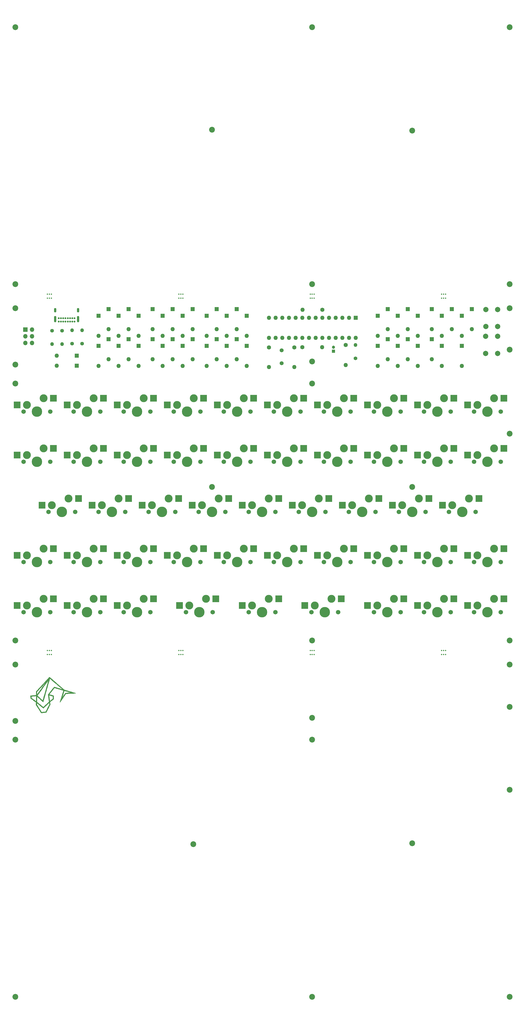
<source format=gbs>
G04 #@! TF.GenerationSoftware,KiCad,Pcbnew,8.0.6*
G04 #@! TF.CreationDate,2024-11-17T02:17:28-07:00*
G04 #@! TF.ProjectId,framework,6672616d-6577-46f7-926b-2e6b69636164,1*
G04 #@! TF.SameCoordinates,Original*
G04 #@! TF.FileFunction,Soldermask,Bot*
G04 #@! TF.FilePolarity,Negative*
%FSLAX46Y46*%
G04 Gerber Fmt 4.6, Leading zero omitted, Abs format (unit mm)*
G04 Created by KiCad (PCBNEW 8.0.6) date 2024-11-17 02:17:28*
%MOMM*%
%LPD*%
G01*
G04 APERTURE LIST*
%ADD10C,0.200000*%
%ADD11R,1.200000X1.200000*%
%ADD12C,1.200000*%
%ADD13C,1.500000*%
%ADD14R,1.600000X1.600000*%
%ADD15O,1.600000X1.600000*%
%ADD16R,2.550000X2.500000*%
%ADD17C,1.701800*%
%ADD18C,3.987800*%
%ADD19C,3.000000*%
%ADD20C,2.000000*%
%ADD21C,1.400000*%
%ADD22O,1.400000X1.400000*%
%ADD23C,1.600000*%
%ADD24C,0.700000*%
%ADD25O,0.900000X2.400000*%
%ADD26O,0.900000X1.700000*%
%ADD27R,1.700000X1.700000*%
%ADD28O,1.700000X1.700000*%
%ADD29C,2.200000*%
%ADD30C,0.500000*%
G04 APERTURE END LIST*
D10*
X113869937Y-335201511D02*
X115997399Y-335818277D01*
X116170639Y-335868507D01*
X116459834Y-335952404D01*
X116718914Y-336027652D01*
X116949443Y-336094732D01*
X117152980Y-336154123D01*
X117331088Y-336206305D01*
X117475206Y-336248776D01*
X117485328Y-336251759D01*
X117617260Y-336290964D01*
X117728448Y-336324401D01*
X117820451Y-336352550D01*
X117894832Y-336375890D01*
X117953151Y-336394901D01*
X117996971Y-336410064D01*
X118027852Y-336421859D01*
X118047356Y-336430765D01*
X118057044Y-336437263D01*
X118058478Y-336441833D01*
X118053220Y-336444954D01*
X118042830Y-336447108D01*
X118017843Y-336449196D01*
X117960499Y-336452555D01*
X117873815Y-336456976D01*
X117760120Y-336462358D01*
X117621745Y-336468601D01*
X117461019Y-336475606D01*
X117280271Y-336483272D01*
X117081833Y-336491500D01*
X116868033Y-336500189D01*
X116641201Y-336509239D01*
X116403667Y-336518551D01*
X116157762Y-336528024D01*
X115917154Y-336537317D01*
X115682325Y-336546597D01*
X115459208Y-336555622D01*
X115250014Y-336564294D01*
X115056958Y-336572515D01*
X114882252Y-336580184D01*
X114728110Y-336587203D01*
X114596746Y-336593474D01*
X114490372Y-336598897D01*
X114411202Y-336603374D01*
X114361449Y-336606805D01*
X114343327Y-336609092D01*
X114341827Y-336611090D01*
X114324980Y-336635099D01*
X114290618Y-336684692D01*
X114239964Y-336758089D01*
X114174242Y-336853509D01*
X114094674Y-336969173D01*
X114002484Y-337103299D01*
X113898895Y-337254110D01*
X113785130Y-337419823D01*
X113662413Y-337598660D01*
X113531966Y-337788840D01*
X113395013Y-337988583D01*
X113252777Y-338196109D01*
X113207666Y-338261931D01*
X113066665Y-338467570D01*
X112931158Y-338665047D01*
X112802385Y-338852564D01*
X112681585Y-339028321D01*
X112569998Y-339190521D01*
X112468863Y-339337364D01*
X112379419Y-339467051D01*
X112302905Y-339577785D01*
X112240562Y-339667765D01*
X112193629Y-339735194D01*
X112163344Y-339778273D01*
X112150948Y-339795203D01*
X112149467Y-339796895D01*
X112145335Y-339802375D01*
X112141428Y-339807904D01*
X112138213Y-339811939D01*
X112136154Y-339812938D01*
X112135718Y-339809358D01*
X112137371Y-339799655D01*
X112141579Y-339782286D01*
X112148807Y-339755709D01*
X112159522Y-339718381D01*
X112174189Y-339668757D01*
X112193274Y-339605297D01*
X112217244Y-339526455D01*
X112246564Y-339430690D01*
X112281700Y-339316458D01*
X112323117Y-339182217D01*
X112371283Y-339026422D01*
X112426662Y-338847533D01*
X112489721Y-338644004D01*
X112560926Y-338414294D01*
X112612556Y-338247767D01*
X112892946Y-338247767D01*
X112896574Y-338243652D01*
X112917051Y-338215759D01*
X112954178Y-338163473D01*
X113006388Y-338089052D01*
X113072114Y-337994751D01*
X113149789Y-337882824D01*
X113237846Y-337755529D01*
X113334718Y-337615119D01*
X113438838Y-337463852D01*
X113548638Y-337303982D01*
X113610930Y-337213289D01*
X113718405Y-337057302D01*
X113819700Y-336910895D01*
X113913201Y-336776367D01*
X113997295Y-336656017D01*
X114070367Y-336552144D01*
X114130803Y-336467048D01*
X114176990Y-336403027D01*
X114207314Y-336362380D01*
X114220160Y-336347407D01*
X114227260Y-336346453D01*
X114264830Y-336343800D01*
X114331866Y-336340057D01*
X114425551Y-336335353D01*
X114543071Y-336329816D01*
X114681608Y-336323574D01*
X114838347Y-336316755D01*
X115010473Y-336309488D01*
X115195169Y-336301902D01*
X115389620Y-336294123D01*
X116538399Y-336248776D01*
X115151712Y-335846173D01*
X114999016Y-335801898D01*
X114796213Y-335743277D01*
X114604564Y-335688090D01*
X114426443Y-335637008D01*
X114264222Y-335590706D01*
X114120273Y-335549854D01*
X113996971Y-335515127D01*
X113896687Y-335487198D01*
X113821795Y-335466738D01*
X113774667Y-335454421D01*
X113757677Y-335450919D01*
X113753885Y-335461254D01*
X113740674Y-335501543D01*
X113718774Y-335570024D01*
X113688924Y-335664345D01*
X113651858Y-335782155D01*
X113608315Y-335921102D01*
X113559031Y-336078834D01*
X113504741Y-336253001D01*
X113446184Y-336441250D01*
X113384095Y-336641231D01*
X113319211Y-336850591D01*
X113268683Y-337013915D01*
X113206279Y-337216034D01*
X113147486Y-337406907D01*
X113093018Y-337584190D01*
X113043592Y-337745540D01*
X112999922Y-337888612D01*
X112962723Y-338011063D01*
X112932711Y-338110548D01*
X112910601Y-338184723D01*
X112897107Y-338231244D01*
X112892946Y-338247767D01*
X112612556Y-338247767D01*
X112640741Y-338156859D01*
X112729635Y-337870156D01*
X112828071Y-337552642D01*
X112852944Y-337472402D01*
X112945754Y-337172926D01*
X113029108Y-336903758D01*
X113103481Y-336663272D01*
X113169346Y-336449843D01*
X113227178Y-336261847D01*
X113277449Y-336097656D01*
X113320635Y-335955648D01*
X113357210Y-335834195D01*
X113387646Y-335731673D01*
X113412419Y-335646456D01*
X113432001Y-335576920D01*
X113446868Y-335521438D01*
X113457492Y-335478386D01*
X113464349Y-335446138D01*
X113467911Y-335423070D01*
X113468653Y-335407555D01*
X113467049Y-335397969D01*
X113463572Y-335392686D01*
X113458697Y-335390080D01*
X113443951Y-335385495D01*
X113398199Y-335371517D01*
X113324007Y-335348950D01*
X113223565Y-335318458D01*
X113099063Y-335280706D01*
X112952690Y-335236355D01*
X112786636Y-335186069D01*
X112603092Y-335130512D01*
X112404246Y-335070347D01*
X112192289Y-335006236D01*
X111969410Y-334938844D01*
X111737799Y-334868833D01*
X111545097Y-334810588D01*
X111321253Y-334742916D01*
X111108225Y-334678499D01*
X110908172Y-334617991D01*
X110723256Y-334562046D01*
X110555635Y-334511318D01*
X110407472Y-334466462D01*
X110280926Y-334428130D01*
X110178158Y-334396977D01*
X110101327Y-334373657D01*
X110052596Y-334358824D01*
X110034123Y-334353131D01*
X110026379Y-334360475D01*
X109999006Y-334391784D01*
X109953681Y-334445650D01*
X109892179Y-334519868D01*
X109816277Y-334612231D01*
X109727750Y-334720533D01*
X109628374Y-334842568D01*
X109519924Y-334976128D01*
X109404178Y-335119009D01*
X109282910Y-335269003D01*
X109157897Y-335423905D01*
X109030914Y-335581509D01*
X108903737Y-335739607D01*
X108778142Y-335895995D01*
X108655904Y-336048465D01*
X108538801Y-336194811D01*
X108428607Y-336332828D01*
X108327098Y-336460308D01*
X108236051Y-336575046D01*
X108157241Y-336674836D01*
X108092443Y-336757471D01*
X108043434Y-336820745D01*
X108011990Y-336862451D01*
X107999887Y-336880384D01*
X108001311Y-336881612D01*
X108026204Y-336891083D01*
X108079718Y-336908429D01*
X108158821Y-336932749D01*
X108260482Y-336963144D01*
X108381671Y-336998713D01*
X108519357Y-337038558D01*
X108670508Y-337081777D01*
X108832093Y-337127472D01*
X109668411Y-337362701D01*
X109679677Y-337686272D01*
X109681705Y-337748063D01*
X109685759Y-337891931D01*
X109689407Y-338046785D01*
X109692311Y-338197684D01*
X109694137Y-338329687D01*
X109696046Y-338520699D01*
X109697332Y-338649532D01*
X109007868Y-339193287D01*
X108963082Y-339228622D01*
X108831684Y-339332447D01*
X108708756Y-339429808D01*
X108596890Y-339518638D01*
X108498680Y-339596868D01*
X108416717Y-339662432D01*
X108353595Y-339713260D01*
X108311906Y-339747287D01*
X108294242Y-339762442D01*
X108290887Y-339766656D01*
X108285100Y-339781184D01*
X108282477Y-339805428D01*
X108283307Y-339843352D01*
X108287877Y-339898923D01*
X108296477Y-339976106D01*
X108309396Y-340078868D01*
X108326923Y-340211176D01*
X108338893Y-340301413D01*
X108353439Y-340414307D01*
X108365894Y-340514678D01*
X108375626Y-340597269D01*
X108381999Y-340656823D01*
X108382881Y-340668376D01*
X108384383Y-340688084D01*
X108381561Y-340701032D01*
X108367416Y-340738758D01*
X108341047Y-340799871D01*
X108302093Y-340885118D01*
X108250194Y-340995249D01*
X108184989Y-341131014D01*
X108106119Y-341293161D01*
X108013222Y-341482439D01*
X107905937Y-341699597D01*
X107783905Y-341945385D01*
X107646765Y-342220551D01*
X107597076Y-342320074D01*
X107494545Y-342525332D01*
X107396752Y-342720963D01*
X107304734Y-342904899D01*
X107219529Y-343075072D01*
X107142175Y-343229413D01*
X107073709Y-343365856D01*
X107015167Y-343482330D01*
X106967589Y-343576769D01*
X106932010Y-343647105D01*
X106909469Y-343691269D01*
X106901003Y-343707193D01*
X106895572Y-343708473D01*
X106861187Y-343713388D01*
X106797866Y-343721275D01*
X106708710Y-343731782D01*
X106596823Y-343744557D01*
X106465306Y-343759248D01*
X106317263Y-343775503D01*
X106155794Y-343792968D01*
X105984004Y-343811293D01*
X105900665Y-343820083D01*
X105730425Y-343837800D01*
X105570372Y-343854141D01*
X105423863Y-343868781D01*
X105294251Y-343881397D01*
X105184890Y-343891665D01*
X105099136Y-343899261D01*
X105040343Y-343903861D01*
X105011866Y-343905142D01*
X104949200Y-343902642D01*
X103989941Y-342378642D01*
X103030681Y-340854642D01*
X103033867Y-340672163D01*
X103296655Y-340672163D01*
X103298566Y-340737383D01*
X103303039Y-340780161D01*
X103310147Y-340803912D01*
X103313259Y-340809158D01*
X103332684Y-340840681D01*
X103368327Y-340897951D01*
X103418927Y-340978958D01*
X103483224Y-341081692D01*
X103559957Y-341204142D01*
X103647865Y-341344299D01*
X103745689Y-341500154D01*
X103852169Y-341669695D01*
X103966042Y-341850913D01*
X104086050Y-342041799D01*
X104210932Y-342240342D01*
X104269467Y-342333323D01*
X104419268Y-342570686D01*
X104556000Y-342786442D01*
X104679142Y-342979789D01*
X104788173Y-343149922D01*
X104882573Y-343296039D01*
X104961819Y-343417335D01*
X105025393Y-343513006D01*
X105072772Y-343582250D01*
X105103436Y-343624263D01*
X105116865Y-343638240D01*
X105130396Y-343637060D01*
X105175486Y-343632604D01*
X105246494Y-343625324D01*
X105339447Y-343615644D01*
X105450372Y-343603990D01*
X105575296Y-343590786D01*
X105710245Y-343576459D01*
X105851246Y-343561432D01*
X105994326Y-343546132D01*
X106135512Y-343530983D01*
X106270830Y-343516410D01*
X106396308Y-343502839D01*
X106507972Y-343490695D01*
X106601849Y-343480402D01*
X106673966Y-343472386D01*
X106720349Y-343467073D01*
X106737026Y-343464886D01*
X106737246Y-343464510D01*
X106747108Y-343445054D01*
X106770786Y-343397676D01*
X106807225Y-343324499D01*
X106855372Y-343227646D01*
X106914173Y-343109242D01*
X106982574Y-342971410D01*
X107059521Y-342816275D01*
X107143959Y-342645959D01*
X107234834Y-342462587D01*
X107331094Y-342268283D01*
X107431683Y-342065171D01*
X108123313Y-340668376D01*
X108079582Y-340334346D01*
X108077220Y-340316378D01*
X108063622Y-340215709D01*
X108051162Y-340127925D01*
X108040618Y-340058203D01*
X108032768Y-340011722D01*
X108028392Y-339993661D01*
X108028125Y-339993676D01*
X108012445Y-340006307D01*
X107974299Y-340040273D01*
X107915599Y-340093798D01*
X107838253Y-340165104D01*
X107744172Y-340252415D01*
X107635267Y-340353955D01*
X107513447Y-340467946D01*
X107380622Y-340592612D01*
X107238702Y-340726176D01*
X107089598Y-340866863D01*
X106952317Y-340996533D01*
X106800290Y-341140074D01*
X106653530Y-341278587D01*
X106514454Y-341409791D01*
X106385482Y-341531407D01*
X106269029Y-341641155D01*
X106167516Y-341736757D01*
X106083359Y-341815932D01*
X106018977Y-341876401D01*
X105976788Y-341915885D01*
X105795311Y-342085049D01*
X104554388Y-341074267D01*
X103313465Y-340063486D01*
X103301680Y-340415276D01*
X103300220Y-340460731D01*
X103297231Y-340581084D01*
X103296655Y-340672163D01*
X103033867Y-340672163D01*
X103039264Y-340363028D01*
X103047847Y-339871413D01*
X102849657Y-339727599D01*
X103313465Y-339727599D01*
X104532665Y-340720389D01*
X104564765Y-340746527D01*
X104740487Y-340889612D01*
X104908531Y-341026435D01*
X105067039Y-341155486D01*
X105214152Y-341275251D01*
X105348011Y-341384218D01*
X105466760Y-341480874D01*
X105568539Y-341563707D01*
X105651491Y-341631204D01*
X105713757Y-341681853D01*
X105753479Y-341714141D01*
X105768798Y-341726556D01*
X105773998Y-341724287D01*
X105801676Y-341702736D01*
X105851670Y-341659791D01*
X105922575Y-341596743D01*
X106012985Y-341514881D01*
X106121496Y-341415494D01*
X106246703Y-341299871D01*
X106387202Y-341169302D01*
X106541588Y-341025076D01*
X106708455Y-340868483D01*
X106886398Y-340700812D01*
X107022358Y-340572380D01*
X107202795Y-340401630D01*
X107360639Y-340251813D01*
X107497197Y-340121649D01*
X107613771Y-340009857D01*
X107711666Y-339915155D01*
X107792186Y-339836262D01*
X107856636Y-339771898D01*
X107906318Y-339720782D01*
X107942539Y-339681631D01*
X107966601Y-339653166D01*
X107979809Y-339634104D01*
X107983467Y-339623166D01*
X107983289Y-339621483D01*
X107979798Y-339593086D01*
X107972308Y-339534251D01*
X107961166Y-339447638D01*
X107946717Y-339335905D01*
X107929305Y-339201711D01*
X107909276Y-339047714D01*
X107886976Y-338876574D01*
X107862750Y-338690950D01*
X107836943Y-338493500D01*
X107809900Y-338286882D01*
X107804976Y-338249269D01*
X107778186Y-338044008D01*
X107752780Y-337848325D01*
X107729094Y-337664887D01*
X107707469Y-337496361D01*
X107688243Y-337345413D01*
X107671753Y-337214708D01*
X107664625Y-337157426D01*
X107927798Y-337157426D01*
X107928166Y-337161269D01*
X107932002Y-337193099D01*
X107939717Y-337254530D01*
X107950946Y-337342743D01*
X107965328Y-337454920D01*
X107982499Y-337588240D01*
X108002097Y-337739886D01*
X108023759Y-337907037D01*
X108047122Y-338086874D01*
X108071823Y-338276579D01*
X108081471Y-338350472D01*
X108106101Y-338538037D01*
X108129586Y-338715370D01*
X108151527Y-338879551D01*
X108171526Y-339027659D01*
X108189185Y-339156777D01*
X108204106Y-339263984D01*
X108215890Y-339346360D01*
X108224140Y-339400987D01*
X108228456Y-339424945D01*
X108229251Y-339427546D01*
X108233533Y-339436265D01*
X108241099Y-339440271D01*
X108254273Y-339437929D01*
X108275380Y-339427606D01*
X108306743Y-339407667D01*
X108350687Y-339376477D01*
X108409535Y-339332403D01*
X108485611Y-339273810D01*
X108581241Y-339199064D01*
X108698747Y-339106530D01*
X108840454Y-338994573D01*
X109439843Y-338520699D01*
X109427722Y-338045383D01*
X109427235Y-338026422D01*
X109423911Y-337904641D01*
X109420593Y-337795023D01*
X109417439Y-337701909D01*
X109414602Y-337629637D01*
X109412239Y-337582545D01*
X109410505Y-337564971D01*
X109406274Y-337562905D01*
X109375158Y-337552447D01*
X109317462Y-337534945D01*
X109237132Y-337511483D01*
X109138111Y-337483145D01*
X109024344Y-337451015D01*
X108899776Y-337416178D01*
X108768350Y-337379718D01*
X108634013Y-337342719D01*
X108500707Y-337306265D01*
X108372378Y-337271441D01*
X108252969Y-337239330D01*
X108146426Y-337211016D01*
X108056693Y-337187585D01*
X107987715Y-337170120D01*
X107943435Y-337159706D01*
X107927798Y-337157426D01*
X107664625Y-337157426D01*
X107658339Y-337106914D01*
X107648338Y-337024697D01*
X107642090Y-336970723D01*
X107639932Y-336947658D01*
X107641910Y-336941331D01*
X107657253Y-336915216D01*
X107688259Y-336870219D01*
X107735500Y-336805601D01*
X107799549Y-336720624D01*
X107880977Y-336614551D01*
X107980356Y-336486643D01*
X108098258Y-336336162D01*
X108235255Y-336162371D01*
X108391918Y-335964530D01*
X108568820Y-335741903D01*
X108766533Y-335493751D01*
X108916663Y-335305644D01*
X109063841Y-335121462D01*
X109203953Y-334946350D01*
X109335594Y-334782050D01*
X109457364Y-334630305D01*
X109567858Y-334492859D01*
X109665675Y-334371453D01*
X109749413Y-334267830D01*
X109817668Y-334183734D01*
X109869039Y-334120906D01*
X109902123Y-334081090D01*
X109915518Y-334066028D01*
X109916323Y-334065731D01*
X109940908Y-334069094D01*
X109997713Y-334082633D01*
X110086672Y-334106327D01*
X110207717Y-334140158D01*
X110360783Y-334184106D01*
X110545802Y-334238152D01*
X110762708Y-334302276D01*
X111011435Y-334376460D01*
X111291916Y-334460683D01*
X111604083Y-334554928D01*
X111780998Y-334608482D01*
X112004085Y-334676073D01*
X112216450Y-334740481D01*
X112415921Y-334801045D01*
X112600331Y-334857104D01*
X112767508Y-334907997D01*
X112915283Y-334953063D01*
X113041487Y-334991640D01*
X113143951Y-335023067D01*
X113220503Y-335046684D01*
X113268976Y-335061828D01*
X113287198Y-335067839D01*
X113287936Y-335068201D01*
X113288945Y-335063164D01*
X113270265Y-335041067D01*
X113254940Y-335027414D01*
X113215372Y-334993243D01*
X113153160Y-334939929D01*
X113069819Y-334868755D01*
X112966865Y-334781004D01*
X112845810Y-334677960D01*
X112708170Y-334560905D01*
X112555458Y-334431123D01*
X112389190Y-334289897D01*
X112210880Y-334138509D01*
X112022042Y-333978244D01*
X111824191Y-333810383D01*
X111618841Y-333636211D01*
X111407507Y-333457010D01*
X111191702Y-333274064D01*
X110972942Y-333088655D01*
X110752741Y-332902067D01*
X110532613Y-332715582D01*
X110314073Y-332530485D01*
X110098636Y-332348058D01*
X109887814Y-332169583D01*
X109683124Y-331996345D01*
X109486080Y-331829627D01*
X109298195Y-331670710D01*
X109120984Y-331520880D01*
X108955963Y-331381418D01*
X108804645Y-331253608D01*
X108668544Y-331138733D01*
X108549175Y-331038076D01*
X108448053Y-330952920D01*
X108366692Y-330884548D01*
X108306607Y-330834244D01*
X108269311Y-330803291D01*
X108256320Y-330792971D01*
X108256069Y-330793750D01*
X108249380Y-330816790D01*
X108233890Y-330870809D01*
X108209974Y-330954487D01*
X108178008Y-331066504D01*
X108138366Y-331205539D01*
X108115986Y-331284080D01*
X108091426Y-331370272D01*
X108037562Y-331559384D01*
X107977151Y-331771555D01*
X107910568Y-332005463D01*
X107838188Y-332259789D01*
X107760388Y-332533213D01*
X107677543Y-332824414D01*
X107590029Y-333132074D01*
X107498222Y-333454870D01*
X107402497Y-333791484D01*
X107303230Y-334140595D01*
X107200797Y-334500883D01*
X107095574Y-334871027D01*
X106987935Y-335249709D01*
X106965587Y-335328332D01*
X106858349Y-335705495D01*
X106753549Y-336073902D01*
X106651566Y-336432230D01*
X106552777Y-336779154D01*
X106457562Y-337113352D01*
X106366298Y-337433500D01*
X106279364Y-337738274D01*
X106197138Y-338026351D01*
X106119999Y-338296407D01*
X106048324Y-338547119D01*
X105982493Y-338777163D01*
X105922883Y-338985216D01*
X105869873Y-339169955D01*
X105823841Y-339330055D01*
X105785165Y-339464193D01*
X105754225Y-339571045D01*
X105731398Y-339649289D01*
X105717062Y-339697601D01*
X105711596Y-339714656D01*
X105710667Y-339714491D01*
X105691565Y-339700412D01*
X105649412Y-339665595D01*
X105585974Y-339611586D01*
X105503017Y-339539935D01*
X105402309Y-339452187D01*
X105285615Y-339349892D01*
X105154703Y-339234597D01*
X105011338Y-339107850D01*
X104857288Y-338971198D01*
X104694320Y-338826189D01*
X104524199Y-338674371D01*
X103347332Y-337622605D01*
X103346504Y-337670107D01*
X103337030Y-338214157D01*
X103336354Y-338253125D01*
X103333455Y-338423516D01*
X103330437Y-338605419D01*
X103327446Y-338789758D01*
X103324628Y-338967460D01*
X103322130Y-339129450D01*
X103320096Y-339266654D01*
X103313465Y-339727599D01*
X102849657Y-339727599D01*
X102023078Y-339127802D01*
X102019845Y-339125456D01*
X101854452Y-339005104D01*
X101697023Y-338889917D01*
X101549728Y-338781521D01*
X101414735Y-338681541D01*
X101294211Y-338591603D01*
X101190326Y-338513331D01*
X101105248Y-338448352D01*
X101041145Y-338398289D01*
X101000187Y-338364769D01*
X100984540Y-338349417D01*
X100981443Y-338334437D01*
X100975557Y-338289583D01*
X100968091Y-338221125D01*
X100959484Y-338134274D01*
X100950175Y-338034241D01*
X100940603Y-337926235D01*
X100931208Y-337815467D01*
X100922430Y-337707148D01*
X100917782Y-337646558D01*
X101182668Y-337646558D01*
X101183813Y-337658987D01*
X101187335Y-337702060D01*
X101192552Y-337768562D01*
X101198973Y-337852210D01*
X101206108Y-337946719D01*
X101226744Y-338222263D01*
X101287971Y-338270085D01*
X101307369Y-338284685D01*
X101353340Y-338318614D01*
X101421858Y-338368847D01*
X101510286Y-338433463D01*
X101615987Y-338510538D01*
X101736324Y-338598151D01*
X101868662Y-338694378D01*
X102010362Y-338797298D01*
X102158789Y-338904989D01*
X102289352Y-338999632D01*
X102430542Y-339101895D01*
X102562127Y-339197116D01*
X102681564Y-339283457D01*
X102786310Y-339359083D01*
X102873822Y-339422158D01*
X102941556Y-339470846D01*
X102986970Y-339503310D01*
X103007520Y-339517716D01*
X103046660Y-339543361D01*
X103057163Y-339140668D01*
X103058882Y-339072156D01*
X103061980Y-338938897D01*
X103065350Y-338783994D01*
X103068836Y-338614988D01*
X103072286Y-338439417D01*
X103075545Y-338264822D01*
X103078458Y-338098742D01*
X103079311Y-338048003D01*
X103081821Y-337893322D01*
X103083564Y-337768413D01*
X103084438Y-337670107D01*
X103084338Y-337595233D01*
X103083159Y-337540619D01*
X103080796Y-337503095D01*
X103077146Y-337479491D01*
X103072104Y-337466635D01*
X103065565Y-337461356D01*
X103057424Y-337460485D01*
X103048770Y-337461046D01*
X103008774Y-337464198D01*
X102940027Y-337469873D01*
X102845726Y-337477800D01*
X102729065Y-337487708D01*
X102593240Y-337499323D01*
X102441446Y-337512375D01*
X102276878Y-337526592D01*
X102102732Y-337541701D01*
X102018444Y-337549049D01*
X101826709Y-337565959D01*
X101665397Y-337580550D01*
X101532111Y-337593096D01*
X101424456Y-337603868D01*
X101340038Y-337613141D01*
X101276462Y-337621186D01*
X101231331Y-337628278D01*
X101202252Y-337634689D01*
X101186830Y-337640691D01*
X101182668Y-337646558D01*
X100917782Y-337646558D01*
X100914708Y-337606486D01*
X100908481Y-337518694D01*
X100904190Y-337448981D01*
X100902272Y-337402557D01*
X100903168Y-337384633D01*
X100904518Y-337384334D01*
X100930086Y-337381463D01*
X100985819Y-337376072D01*
X101068863Y-337368414D01*
X101176362Y-337358744D01*
X101305463Y-337347313D01*
X101312514Y-337346696D01*
X103464577Y-337346696D01*
X103475570Y-337363149D01*
X103512015Y-337401574D01*
X103573734Y-337461806D01*
X103660551Y-337543682D01*
X103772287Y-337647039D01*
X103908767Y-337771712D01*
X104069812Y-337917537D01*
X104255246Y-338084351D01*
X104464891Y-338271989D01*
X104565220Y-338361600D01*
X104746208Y-338523273D01*
X104904254Y-338664438D01*
X105040915Y-338786440D01*
X105157751Y-338890621D01*
X105256322Y-338978326D01*
X105338186Y-339050899D01*
X105404903Y-339109683D01*
X105458032Y-339156021D01*
X105499131Y-339191258D01*
X105529759Y-339216738D01*
X105551477Y-339233803D01*
X105565843Y-339243798D01*
X105574415Y-339248067D01*
X105578754Y-339247953D01*
X105580418Y-339244800D01*
X105580966Y-339239951D01*
X105581958Y-339234751D01*
X105582099Y-339234338D01*
X105589276Y-339210479D01*
X105605071Y-339156154D01*
X105629002Y-339073068D01*
X105660585Y-338962925D01*
X105699338Y-338827428D01*
X105744776Y-338668282D01*
X105796417Y-338487190D01*
X105853777Y-338285856D01*
X105916374Y-338065983D01*
X105983723Y-337829276D01*
X106055341Y-337577438D01*
X106130746Y-337312173D01*
X106209454Y-337035186D01*
X106290982Y-336748178D01*
X106374846Y-336452856D01*
X106460563Y-336150921D01*
X106547651Y-335844079D01*
X106635624Y-335534032D01*
X106724002Y-335222486D01*
X106812299Y-334911142D01*
X106900034Y-334601706D01*
X106986722Y-334295881D01*
X107071880Y-333995371D01*
X107155026Y-333701879D01*
X107235675Y-333417110D01*
X107313345Y-333142767D01*
X107387552Y-332880554D01*
X107457814Y-332632175D01*
X107523646Y-332399334D01*
X107584565Y-332183734D01*
X107640089Y-331987079D01*
X107689734Y-331811073D01*
X107733017Y-331657420D01*
X107769454Y-331527824D01*
X107798562Y-331423988D01*
X107819858Y-331347616D01*
X107832859Y-331300412D01*
X107837081Y-331284080D01*
X107835938Y-331285270D01*
X107819692Y-331306585D01*
X107785101Y-331353406D01*
X107733252Y-331424226D01*
X107665234Y-331517534D01*
X107582136Y-331631822D01*
X107580263Y-331634402D01*
X107485045Y-331765580D01*
X107375050Y-331917299D01*
X107253240Y-332085471D01*
X107120702Y-332268586D01*
X106978527Y-332465134D01*
X106827801Y-332673607D01*
X106669613Y-332892496D01*
X106505053Y-333120290D01*
X106335208Y-333355483D01*
X106161166Y-333596563D01*
X105984017Y-333842021D01*
X105804848Y-334090350D01*
X105624748Y-334340039D01*
X105444806Y-334589580D01*
X105266110Y-334837462D01*
X105089748Y-335082178D01*
X104916809Y-335322218D01*
X104748381Y-335556072D01*
X104585553Y-335782232D01*
X104429414Y-335999188D01*
X104281051Y-336205432D01*
X104141553Y-336399454D01*
X104012008Y-336579744D01*
X103893506Y-336744795D01*
X103787133Y-336893096D01*
X103693980Y-337023138D01*
X103615134Y-337133413D01*
X103551684Y-337222411D01*
X103504718Y-337288623D01*
X103475325Y-337330539D01*
X103464593Y-337346652D01*
X103464577Y-337346696D01*
X101312514Y-337346696D01*
X101453309Y-337334376D01*
X101617047Y-337320185D01*
X101793821Y-337304994D01*
X101980777Y-337289056D01*
X102026550Y-337285159D01*
X102211930Y-337269173D01*
X102386815Y-337253771D01*
X102548300Y-337239229D01*
X102693476Y-337225823D01*
X102819436Y-337213829D01*
X102923273Y-337203521D01*
X103002081Y-337195177D01*
X103052951Y-337189071D01*
X103072977Y-337185480D01*
X103078480Y-337173832D01*
X103083908Y-337140735D01*
X103088719Y-337084371D01*
X103093024Y-337002621D01*
X103094430Y-336963300D01*
X103358513Y-336963300D01*
X103358609Y-337010483D01*
X103359422Y-337027757D01*
X103360785Y-337026267D01*
X103377657Y-337003993D01*
X103412962Y-336956107D01*
X103465694Y-336883998D01*
X103534847Y-336789057D01*
X103619413Y-336672674D01*
X103718388Y-336536239D01*
X103830764Y-336381142D01*
X103955535Y-336208772D01*
X104091694Y-336020520D01*
X104238237Y-335817776D01*
X104394155Y-335601930D01*
X104558444Y-335374372D01*
X104730096Y-335136491D01*
X104908105Y-334889678D01*
X105091465Y-334635323D01*
X105319642Y-334318723D01*
X105546953Y-334003320D01*
X105755920Y-333713360D01*
X105947298Y-333447790D01*
X106121843Y-333205554D01*
X106280310Y-332985600D01*
X106423454Y-332786875D01*
X106552031Y-332608323D01*
X106666796Y-332448891D01*
X106768504Y-332307527D01*
X106857912Y-332183175D01*
X106935773Y-332074782D01*
X107002843Y-331981295D01*
X107059879Y-331901660D01*
X107107634Y-331834822D01*
X107146865Y-331779729D01*
X107178327Y-331735326D01*
X107202775Y-331700560D01*
X107220965Y-331674377D01*
X107233651Y-331655724D01*
X107241589Y-331643546D01*
X107245535Y-331636790D01*
X107246244Y-331634402D01*
X107244471Y-331635328D01*
X107240972Y-331638515D01*
X107236501Y-331642909D01*
X107236384Y-331643026D01*
X107220802Y-331659759D01*
X107183692Y-331700204D01*
X107126259Y-331763038D01*
X107049706Y-331846936D01*
X106955239Y-331950577D01*
X106844060Y-332072637D01*
X106717375Y-332211793D01*
X106576387Y-332366721D01*
X106422300Y-332536099D01*
X106256319Y-332718602D01*
X106079648Y-332912909D01*
X105893491Y-333117695D01*
X105699052Y-333331638D01*
X105497535Y-333553414D01*
X105290144Y-333781700D01*
X103378079Y-335886625D01*
X103366329Y-336455146D01*
X103364352Y-336554445D01*
X103362054Y-336681780D01*
X103360283Y-336794999D01*
X103359087Y-336890155D01*
X103358513Y-336963300D01*
X103094430Y-336963300D01*
X103096931Y-336893364D01*
X103100550Y-336754480D01*
X103103990Y-336583849D01*
X103105857Y-336480824D01*
X103108382Y-336341780D01*
X103110737Y-336212555D01*
X103112833Y-336097958D01*
X103114583Y-336002797D01*
X103115898Y-335931881D01*
X103116690Y-335890017D01*
X103118732Y-335785259D01*
X105600918Y-333053684D01*
X105636503Y-333014526D01*
X105871854Y-332755615D01*
X106101069Y-332503583D01*
X106323110Y-332259569D01*
X106536936Y-332024710D01*
X106741509Y-331800142D01*
X106935791Y-331587004D01*
X107118741Y-331386433D01*
X107289321Y-331199566D01*
X107446492Y-331027540D01*
X107589214Y-330871493D01*
X107716449Y-330732562D01*
X107827157Y-330611885D01*
X107920300Y-330510598D01*
X107994838Y-330429840D01*
X108049732Y-330370748D01*
X108083944Y-330334458D01*
X108096433Y-330322109D01*
X108098369Y-330323383D01*
X108120922Y-330341434D01*
X108167743Y-330380070D01*
X108237665Y-330438309D01*
X108329524Y-330515168D01*
X108442154Y-330609665D01*
X108574392Y-330720818D01*
X108725071Y-330847643D01*
X108893027Y-330989160D01*
X109077095Y-331144385D01*
X109276109Y-331312336D01*
X109488904Y-331492031D01*
X109714317Y-331682488D01*
X109951180Y-331882723D01*
X110198331Y-332091756D01*
X110454602Y-332308603D01*
X110718830Y-332532281D01*
X110989850Y-332761810D01*
X113706618Y-335063164D01*
X113869937Y-335201511D01*
G36*
X113869937Y-335201511D02*
G01*
X115997399Y-335818277D01*
X116170639Y-335868507D01*
X116459834Y-335952404D01*
X116718914Y-336027652D01*
X116949443Y-336094732D01*
X117152980Y-336154123D01*
X117331088Y-336206305D01*
X117475206Y-336248776D01*
X117485328Y-336251759D01*
X117617260Y-336290964D01*
X117728448Y-336324401D01*
X117820451Y-336352550D01*
X117894832Y-336375890D01*
X117953151Y-336394901D01*
X117996971Y-336410064D01*
X118027852Y-336421859D01*
X118047356Y-336430765D01*
X118057044Y-336437263D01*
X118058478Y-336441833D01*
X118053220Y-336444954D01*
X118042830Y-336447108D01*
X118017843Y-336449196D01*
X117960499Y-336452555D01*
X117873815Y-336456976D01*
X117760120Y-336462358D01*
X117621745Y-336468601D01*
X117461019Y-336475606D01*
X117280271Y-336483272D01*
X117081833Y-336491500D01*
X116868033Y-336500189D01*
X116641201Y-336509239D01*
X116403667Y-336518551D01*
X116157762Y-336528024D01*
X115917154Y-336537317D01*
X115682325Y-336546597D01*
X115459208Y-336555622D01*
X115250014Y-336564294D01*
X115056958Y-336572515D01*
X114882252Y-336580184D01*
X114728110Y-336587203D01*
X114596746Y-336593474D01*
X114490372Y-336598897D01*
X114411202Y-336603374D01*
X114361449Y-336606805D01*
X114343327Y-336609092D01*
X114341827Y-336611090D01*
X114324980Y-336635099D01*
X114290618Y-336684692D01*
X114239964Y-336758089D01*
X114174242Y-336853509D01*
X114094674Y-336969173D01*
X114002484Y-337103299D01*
X113898895Y-337254110D01*
X113785130Y-337419823D01*
X113662413Y-337598660D01*
X113531966Y-337788840D01*
X113395013Y-337988583D01*
X113252777Y-338196109D01*
X113207666Y-338261931D01*
X113066665Y-338467570D01*
X112931158Y-338665047D01*
X112802385Y-338852564D01*
X112681585Y-339028321D01*
X112569998Y-339190521D01*
X112468863Y-339337364D01*
X112379419Y-339467051D01*
X112302905Y-339577785D01*
X112240562Y-339667765D01*
X112193629Y-339735194D01*
X112163344Y-339778273D01*
X112150948Y-339795203D01*
X112149467Y-339796895D01*
X112145335Y-339802375D01*
X112141428Y-339807904D01*
X112138213Y-339811939D01*
X112136154Y-339812938D01*
X112135718Y-339809358D01*
X112137371Y-339799655D01*
X112141579Y-339782286D01*
X112148807Y-339755709D01*
X112159522Y-339718381D01*
X112174189Y-339668757D01*
X112193274Y-339605297D01*
X112217244Y-339526455D01*
X112246564Y-339430690D01*
X112281700Y-339316458D01*
X112323117Y-339182217D01*
X112371283Y-339026422D01*
X112426662Y-338847533D01*
X112489721Y-338644004D01*
X112560926Y-338414294D01*
X112612556Y-338247767D01*
X112892946Y-338247767D01*
X112896574Y-338243652D01*
X112917051Y-338215759D01*
X112954178Y-338163473D01*
X113006388Y-338089052D01*
X113072114Y-337994751D01*
X113149789Y-337882824D01*
X113237846Y-337755529D01*
X113334718Y-337615119D01*
X113438838Y-337463852D01*
X113548638Y-337303982D01*
X113610930Y-337213289D01*
X113718405Y-337057302D01*
X113819700Y-336910895D01*
X113913201Y-336776367D01*
X113997295Y-336656017D01*
X114070367Y-336552144D01*
X114130803Y-336467048D01*
X114176990Y-336403027D01*
X114207314Y-336362380D01*
X114220160Y-336347407D01*
X114227260Y-336346453D01*
X114264830Y-336343800D01*
X114331866Y-336340057D01*
X114425551Y-336335353D01*
X114543071Y-336329816D01*
X114681608Y-336323574D01*
X114838347Y-336316755D01*
X115010473Y-336309488D01*
X115195169Y-336301902D01*
X115389620Y-336294123D01*
X116538399Y-336248776D01*
X115151712Y-335846173D01*
X114999016Y-335801898D01*
X114796213Y-335743277D01*
X114604564Y-335688090D01*
X114426443Y-335637008D01*
X114264222Y-335590706D01*
X114120273Y-335549854D01*
X113996971Y-335515127D01*
X113896687Y-335487198D01*
X113821795Y-335466738D01*
X113774667Y-335454421D01*
X113757677Y-335450919D01*
X113753885Y-335461254D01*
X113740674Y-335501543D01*
X113718774Y-335570024D01*
X113688924Y-335664345D01*
X113651858Y-335782155D01*
X113608315Y-335921102D01*
X113559031Y-336078834D01*
X113504741Y-336253001D01*
X113446184Y-336441250D01*
X113384095Y-336641231D01*
X113319211Y-336850591D01*
X113268683Y-337013915D01*
X113206279Y-337216034D01*
X113147486Y-337406907D01*
X113093018Y-337584190D01*
X113043592Y-337745540D01*
X112999922Y-337888612D01*
X112962723Y-338011063D01*
X112932711Y-338110548D01*
X112910601Y-338184723D01*
X112897107Y-338231244D01*
X112892946Y-338247767D01*
X112612556Y-338247767D01*
X112640741Y-338156859D01*
X112729635Y-337870156D01*
X112828071Y-337552642D01*
X112852944Y-337472402D01*
X112945754Y-337172926D01*
X113029108Y-336903758D01*
X113103481Y-336663272D01*
X113169346Y-336449843D01*
X113227178Y-336261847D01*
X113277449Y-336097656D01*
X113320635Y-335955648D01*
X113357210Y-335834195D01*
X113387646Y-335731673D01*
X113412419Y-335646456D01*
X113432001Y-335576920D01*
X113446868Y-335521438D01*
X113457492Y-335478386D01*
X113464349Y-335446138D01*
X113467911Y-335423070D01*
X113468653Y-335407555D01*
X113467049Y-335397969D01*
X113463572Y-335392686D01*
X113458697Y-335390080D01*
X113443951Y-335385495D01*
X113398199Y-335371517D01*
X113324007Y-335348950D01*
X113223565Y-335318458D01*
X113099063Y-335280706D01*
X112952690Y-335236355D01*
X112786636Y-335186069D01*
X112603092Y-335130512D01*
X112404246Y-335070347D01*
X112192289Y-335006236D01*
X111969410Y-334938844D01*
X111737799Y-334868833D01*
X111545097Y-334810588D01*
X111321253Y-334742916D01*
X111108225Y-334678499D01*
X110908172Y-334617991D01*
X110723256Y-334562046D01*
X110555635Y-334511318D01*
X110407472Y-334466462D01*
X110280926Y-334428130D01*
X110178158Y-334396977D01*
X110101327Y-334373657D01*
X110052596Y-334358824D01*
X110034123Y-334353131D01*
X110026379Y-334360475D01*
X109999006Y-334391784D01*
X109953681Y-334445650D01*
X109892179Y-334519868D01*
X109816277Y-334612231D01*
X109727750Y-334720533D01*
X109628374Y-334842568D01*
X109519924Y-334976128D01*
X109404178Y-335119009D01*
X109282910Y-335269003D01*
X109157897Y-335423905D01*
X109030914Y-335581509D01*
X108903737Y-335739607D01*
X108778142Y-335895995D01*
X108655904Y-336048465D01*
X108538801Y-336194811D01*
X108428607Y-336332828D01*
X108327098Y-336460308D01*
X108236051Y-336575046D01*
X108157241Y-336674836D01*
X108092443Y-336757471D01*
X108043434Y-336820745D01*
X108011990Y-336862451D01*
X107999887Y-336880384D01*
X108001311Y-336881612D01*
X108026204Y-336891083D01*
X108079718Y-336908429D01*
X108158821Y-336932749D01*
X108260482Y-336963144D01*
X108381671Y-336998713D01*
X108519357Y-337038558D01*
X108670508Y-337081777D01*
X108832093Y-337127472D01*
X109668411Y-337362701D01*
X109679677Y-337686272D01*
X109681705Y-337748063D01*
X109685759Y-337891931D01*
X109689407Y-338046785D01*
X109692311Y-338197684D01*
X109694137Y-338329687D01*
X109696046Y-338520699D01*
X109697332Y-338649532D01*
X109007868Y-339193287D01*
X108963082Y-339228622D01*
X108831684Y-339332447D01*
X108708756Y-339429808D01*
X108596890Y-339518638D01*
X108498680Y-339596868D01*
X108416717Y-339662432D01*
X108353595Y-339713260D01*
X108311906Y-339747287D01*
X108294242Y-339762442D01*
X108290887Y-339766656D01*
X108285100Y-339781184D01*
X108282477Y-339805428D01*
X108283307Y-339843352D01*
X108287877Y-339898923D01*
X108296477Y-339976106D01*
X108309396Y-340078868D01*
X108326923Y-340211176D01*
X108338893Y-340301413D01*
X108353439Y-340414307D01*
X108365894Y-340514678D01*
X108375626Y-340597269D01*
X108381999Y-340656823D01*
X108382881Y-340668376D01*
X108384383Y-340688084D01*
X108381561Y-340701032D01*
X108367416Y-340738758D01*
X108341047Y-340799871D01*
X108302093Y-340885118D01*
X108250194Y-340995249D01*
X108184989Y-341131014D01*
X108106119Y-341293161D01*
X108013222Y-341482439D01*
X107905937Y-341699597D01*
X107783905Y-341945385D01*
X107646765Y-342220551D01*
X107597076Y-342320074D01*
X107494545Y-342525332D01*
X107396752Y-342720963D01*
X107304734Y-342904899D01*
X107219529Y-343075072D01*
X107142175Y-343229413D01*
X107073709Y-343365856D01*
X107015167Y-343482330D01*
X106967589Y-343576769D01*
X106932010Y-343647105D01*
X106909469Y-343691269D01*
X106901003Y-343707193D01*
X106895572Y-343708473D01*
X106861187Y-343713388D01*
X106797866Y-343721275D01*
X106708710Y-343731782D01*
X106596823Y-343744557D01*
X106465306Y-343759248D01*
X106317263Y-343775503D01*
X106155794Y-343792968D01*
X105984004Y-343811293D01*
X105900665Y-343820083D01*
X105730425Y-343837800D01*
X105570372Y-343854141D01*
X105423863Y-343868781D01*
X105294251Y-343881397D01*
X105184890Y-343891665D01*
X105099136Y-343899261D01*
X105040343Y-343903861D01*
X105011866Y-343905142D01*
X104949200Y-343902642D01*
X103989941Y-342378642D01*
X103030681Y-340854642D01*
X103033867Y-340672163D01*
X103296655Y-340672163D01*
X103298566Y-340737383D01*
X103303039Y-340780161D01*
X103310147Y-340803912D01*
X103313259Y-340809158D01*
X103332684Y-340840681D01*
X103368327Y-340897951D01*
X103418927Y-340978958D01*
X103483224Y-341081692D01*
X103559957Y-341204142D01*
X103647865Y-341344299D01*
X103745689Y-341500154D01*
X103852169Y-341669695D01*
X103966042Y-341850913D01*
X104086050Y-342041799D01*
X104210932Y-342240342D01*
X104269467Y-342333323D01*
X104419268Y-342570686D01*
X104556000Y-342786442D01*
X104679142Y-342979789D01*
X104788173Y-343149922D01*
X104882573Y-343296039D01*
X104961819Y-343417335D01*
X105025393Y-343513006D01*
X105072772Y-343582250D01*
X105103436Y-343624263D01*
X105116865Y-343638240D01*
X105130396Y-343637060D01*
X105175486Y-343632604D01*
X105246494Y-343625324D01*
X105339447Y-343615644D01*
X105450372Y-343603990D01*
X105575296Y-343590786D01*
X105710245Y-343576459D01*
X105851246Y-343561432D01*
X105994326Y-343546132D01*
X106135512Y-343530983D01*
X106270830Y-343516410D01*
X106396308Y-343502839D01*
X106507972Y-343490695D01*
X106601849Y-343480402D01*
X106673966Y-343472386D01*
X106720349Y-343467073D01*
X106737026Y-343464886D01*
X106737246Y-343464510D01*
X106747108Y-343445054D01*
X106770786Y-343397676D01*
X106807225Y-343324499D01*
X106855372Y-343227646D01*
X106914173Y-343109242D01*
X106982574Y-342971410D01*
X107059521Y-342816275D01*
X107143959Y-342645959D01*
X107234834Y-342462587D01*
X107331094Y-342268283D01*
X107431683Y-342065171D01*
X108123313Y-340668376D01*
X108079582Y-340334346D01*
X108077220Y-340316378D01*
X108063622Y-340215709D01*
X108051162Y-340127925D01*
X108040618Y-340058203D01*
X108032768Y-340011722D01*
X108028392Y-339993661D01*
X108028125Y-339993676D01*
X108012445Y-340006307D01*
X107974299Y-340040273D01*
X107915599Y-340093798D01*
X107838253Y-340165104D01*
X107744172Y-340252415D01*
X107635267Y-340353955D01*
X107513447Y-340467946D01*
X107380622Y-340592612D01*
X107238702Y-340726176D01*
X107089598Y-340866863D01*
X106952317Y-340996533D01*
X106800290Y-341140074D01*
X106653530Y-341278587D01*
X106514454Y-341409791D01*
X106385482Y-341531407D01*
X106269029Y-341641155D01*
X106167516Y-341736757D01*
X106083359Y-341815932D01*
X106018977Y-341876401D01*
X105976788Y-341915885D01*
X105795311Y-342085049D01*
X104554388Y-341074267D01*
X103313465Y-340063486D01*
X103301680Y-340415276D01*
X103300220Y-340460731D01*
X103297231Y-340581084D01*
X103296655Y-340672163D01*
X103033867Y-340672163D01*
X103039264Y-340363028D01*
X103047847Y-339871413D01*
X102849657Y-339727599D01*
X103313465Y-339727599D01*
X104532665Y-340720389D01*
X104564765Y-340746527D01*
X104740487Y-340889612D01*
X104908531Y-341026435D01*
X105067039Y-341155486D01*
X105214152Y-341275251D01*
X105348011Y-341384218D01*
X105466760Y-341480874D01*
X105568539Y-341563707D01*
X105651491Y-341631204D01*
X105713757Y-341681853D01*
X105753479Y-341714141D01*
X105768798Y-341726556D01*
X105773998Y-341724287D01*
X105801676Y-341702736D01*
X105851670Y-341659791D01*
X105922575Y-341596743D01*
X106012985Y-341514881D01*
X106121496Y-341415494D01*
X106246703Y-341299871D01*
X106387202Y-341169302D01*
X106541588Y-341025076D01*
X106708455Y-340868483D01*
X106886398Y-340700812D01*
X107022358Y-340572380D01*
X107202795Y-340401630D01*
X107360639Y-340251813D01*
X107497197Y-340121649D01*
X107613771Y-340009857D01*
X107711666Y-339915155D01*
X107792186Y-339836262D01*
X107856636Y-339771898D01*
X107906318Y-339720782D01*
X107942539Y-339681631D01*
X107966601Y-339653166D01*
X107979809Y-339634104D01*
X107983467Y-339623166D01*
X107983289Y-339621483D01*
X107979798Y-339593086D01*
X107972308Y-339534251D01*
X107961166Y-339447638D01*
X107946717Y-339335905D01*
X107929305Y-339201711D01*
X107909276Y-339047714D01*
X107886976Y-338876574D01*
X107862750Y-338690950D01*
X107836943Y-338493500D01*
X107809900Y-338286882D01*
X107804976Y-338249269D01*
X107778186Y-338044008D01*
X107752780Y-337848325D01*
X107729094Y-337664887D01*
X107707469Y-337496361D01*
X107688243Y-337345413D01*
X107671753Y-337214708D01*
X107664625Y-337157426D01*
X107927798Y-337157426D01*
X107928166Y-337161269D01*
X107932002Y-337193099D01*
X107939717Y-337254530D01*
X107950946Y-337342743D01*
X107965328Y-337454920D01*
X107982499Y-337588240D01*
X108002097Y-337739886D01*
X108023759Y-337907037D01*
X108047122Y-338086874D01*
X108071823Y-338276579D01*
X108081471Y-338350472D01*
X108106101Y-338538037D01*
X108129586Y-338715370D01*
X108151527Y-338879551D01*
X108171526Y-339027659D01*
X108189185Y-339156777D01*
X108204106Y-339263984D01*
X108215890Y-339346360D01*
X108224140Y-339400987D01*
X108228456Y-339424945D01*
X108229251Y-339427546D01*
X108233533Y-339436265D01*
X108241099Y-339440271D01*
X108254273Y-339437929D01*
X108275380Y-339427606D01*
X108306743Y-339407667D01*
X108350687Y-339376477D01*
X108409535Y-339332403D01*
X108485611Y-339273810D01*
X108581241Y-339199064D01*
X108698747Y-339106530D01*
X108840454Y-338994573D01*
X109439843Y-338520699D01*
X109427722Y-338045383D01*
X109427235Y-338026422D01*
X109423911Y-337904641D01*
X109420593Y-337795023D01*
X109417439Y-337701909D01*
X109414602Y-337629637D01*
X109412239Y-337582545D01*
X109410505Y-337564971D01*
X109406274Y-337562905D01*
X109375158Y-337552447D01*
X109317462Y-337534945D01*
X109237132Y-337511483D01*
X109138111Y-337483145D01*
X109024344Y-337451015D01*
X108899776Y-337416178D01*
X108768350Y-337379718D01*
X108634013Y-337342719D01*
X108500707Y-337306265D01*
X108372378Y-337271441D01*
X108252969Y-337239330D01*
X108146426Y-337211016D01*
X108056693Y-337187585D01*
X107987715Y-337170120D01*
X107943435Y-337159706D01*
X107927798Y-337157426D01*
X107664625Y-337157426D01*
X107658339Y-337106914D01*
X107648338Y-337024697D01*
X107642090Y-336970723D01*
X107639932Y-336947658D01*
X107641910Y-336941331D01*
X107657253Y-336915216D01*
X107688259Y-336870219D01*
X107735500Y-336805601D01*
X107799549Y-336720624D01*
X107880977Y-336614551D01*
X107980356Y-336486643D01*
X108098258Y-336336162D01*
X108235255Y-336162371D01*
X108391918Y-335964530D01*
X108568820Y-335741903D01*
X108766533Y-335493751D01*
X108916663Y-335305644D01*
X109063841Y-335121462D01*
X109203953Y-334946350D01*
X109335594Y-334782050D01*
X109457364Y-334630305D01*
X109567858Y-334492859D01*
X109665675Y-334371453D01*
X109749413Y-334267830D01*
X109817668Y-334183734D01*
X109869039Y-334120906D01*
X109902123Y-334081090D01*
X109915518Y-334066028D01*
X109916323Y-334065731D01*
X109940908Y-334069094D01*
X109997713Y-334082633D01*
X110086672Y-334106327D01*
X110207717Y-334140158D01*
X110360783Y-334184106D01*
X110545802Y-334238152D01*
X110762708Y-334302276D01*
X111011435Y-334376460D01*
X111291916Y-334460683D01*
X111604083Y-334554928D01*
X111780998Y-334608482D01*
X112004085Y-334676073D01*
X112216450Y-334740481D01*
X112415921Y-334801045D01*
X112600331Y-334857104D01*
X112767508Y-334907997D01*
X112915283Y-334953063D01*
X113041487Y-334991640D01*
X113143951Y-335023067D01*
X113220503Y-335046684D01*
X113268976Y-335061828D01*
X113287198Y-335067839D01*
X113287936Y-335068201D01*
X113288945Y-335063164D01*
X113270265Y-335041067D01*
X113254940Y-335027414D01*
X113215372Y-334993243D01*
X113153160Y-334939929D01*
X113069819Y-334868755D01*
X112966865Y-334781004D01*
X112845810Y-334677960D01*
X112708170Y-334560905D01*
X112555458Y-334431123D01*
X112389190Y-334289897D01*
X112210880Y-334138509D01*
X112022042Y-333978244D01*
X111824191Y-333810383D01*
X111618841Y-333636211D01*
X111407507Y-333457010D01*
X111191702Y-333274064D01*
X110972942Y-333088655D01*
X110752741Y-332902067D01*
X110532613Y-332715582D01*
X110314073Y-332530485D01*
X110098636Y-332348058D01*
X109887814Y-332169583D01*
X109683124Y-331996345D01*
X109486080Y-331829627D01*
X109298195Y-331670710D01*
X109120984Y-331520880D01*
X108955963Y-331381418D01*
X108804645Y-331253608D01*
X108668544Y-331138733D01*
X108549175Y-331038076D01*
X108448053Y-330952920D01*
X108366692Y-330884548D01*
X108306607Y-330834244D01*
X108269311Y-330803291D01*
X108256320Y-330792971D01*
X108256069Y-330793750D01*
X108249380Y-330816790D01*
X108233890Y-330870809D01*
X108209974Y-330954487D01*
X108178008Y-331066504D01*
X108138366Y-331205539D01*
X108115986Y-331284080D01*
X108091426Y-331370272D01*
X108037562Y-331559384D01*
X107977151Y-331771555D01*
X107910568Y-332005463D01*
X107838188Y-332259789D01*
X107760388Y-332533213D01*
X107677543Y-332824414D01*
X107590029Y-333132074D01*
X107498222Y-333454870D01*
X107402497Y-333791484D01*
X107303230Y-334140595D01*
X107200797Y-334500883D01*
X107095574Y-334871027D01*
X106987935Y-335249709D01*
X106965587Y-335328332D01*
X106858349Y-335705495D01*
X106753549Y-336073902D01*
X106651566Y-336432230D01*
X106552777Y-336779154D01*
X106457562Y-337113352D01*
X106366298Y-337433500D01*
X106279364Y-337738274D01*
X106197138Y-338026351D01*
X106119999Y-338296407D01*
X106048324Y-338547119D01*
X105982493Y-338777163D01*
X105922883Y-338985216D01*
X105869873Y-339169955D01*
X105823841Y-339330055D01*
X105785165Y-339464193D01*
X105754225Y-339571045D01*
X105731398Y-339649289D01*
X105717062Y-339697601D01*
X105711596Y-339714656D01*
X105710667Y-339714491D01*
X105691565Y-339700412D01*
X105649412Y-339665595D01*
X105585974Y-339611586D01*
X105503017Y-339539935D01*
X105402309Y-339452187D01*
X105285615Y-339349892D01*
X105154703Y-339234597D01*
X105011338Y-339107850D01*
X104857288Y-338971198D01*
X104694320Y-338826189D01*
X104524199Y-338674371D01*
X103347332Y-337622605D01*
X103346504Y-337670107D01*
X103337030Y-338214157D01*
X103336354Y-338253125D01*
X103333455Y-338423516D01*
X103330437Y-338605419D01*
X103327446Y-338789758D01*
X103324628Y-338967460D01*
X103322130Y-339129450D01*
X103320096Y-339266654D01*
X103313465Y-339727599D01*
X102849657Y-339727599D01*
X102023078Y-339127802D01*
X102019845Y-339125456D01*
X101854452Y-339005104D01*
X101697023Y-338889917D01*
X101549728Y-338781521D01*
X101414735Y-338681541D01*
X101294211Y-338591603D01*
X101190326Y-338513331D01*
X101105248Y-338448352D01*
X101041145Y-338398289D01*
X101000187Y-338364769D01*
X100984540Y-338349417D01*
X100981443Y-338334437D01*
X100975557Y-338289583D01*
X100968091Y-338221125D01*
X100959484Y-338134274D01*
X100950175Y-338034241D01*
X100940603Y-337926235D01*
X100931208Y-337815467D01*
X100922430Y-337707148D01*
X100917782Y-337646558D01*
X101182668Y-337646558D01*
X101183813Y-337658987D01*
X101187335Y-337702060D01*
X101192552Y-337768562D01*
X101198973Y-337852210D01*
X101206108Y-337946719D01*
X101226744Y-338222263D01*
X101287971Y-338270085D01*
X101307369Y-338284685D01*
X101353340Y-338318614D01*
X101421858Y-338368847D01*
X101510286Y-338433463D01*
X101615987Y-338510538D01*
X101736324Y-338598151D01*
X101868662Y-338694378D01*
X102010362Y-338797298D01*
X102158789Y-338904989D01*
X102289352Y-338999632D01*
X102430542Y-339101895D01*
X102562127Y-339197116D01*
X102681564Y-339283457D01*
X102786310Y-339359083D01*
X102873822Y-339422158D01*
X102941556Y-339470846D01*
X102986970Y-339503310D01*
X103007520Y-339517716D01*
X103046660Y-339543361D01*
X103057163Y-339140668D01*
X103058882Y-339072156D01*
X103061980Y-338938897D01*
X103065350Y-338783994D01*
X103068836Y-338614988D01*
X103072286Y-338439417D01*
X103075545Y-338264822D01*
X103078458Y-338098742D01*
X103079311Y-338048003D01*
X103081821Y-337893322D01*
X103083564Y-337768413D01*
X103084438Y-337670107D01*
X103084338Y-337595233D01*
X103083159Y-337540619D01*
X103080796Y-337503095D01*
X103077146Y-337479491D01*
X103072104Y-337466635D01*
X103065565Y-337461356D01*
X103057424Y-337460485D01*
X103048770Y-337461046D01*
X103008774Y-337464198D01*
X102940027Y-337469873D01*
X102845726Y-337477800D01*
X102729065Y-337487708D01*
X102593240Y-337499323D01*
X102441446Y-337512375D01*
X102276878Y-337526592D01*
X102102732Y-337541701D01*
X102018444Y-337549049D01*
X101826709Y-337565959D01*
X101665397Y-337580550D01*
X101532111Y-337593096D01*
X101424456Y-337603868D01*
X101340038Y-337613141D01*
X101276462Y-337621186D01*
X101231331Y-337628278D01*
X101202252Y-337634689D01*
X101186830Y-337640691D01*
X101182668Y-337646558D01*
X100917782Y-337646558D01*
X100914708Y-337606486D01*
X100908481Y-337518694D01*
X100904190Y-337448981D01*
X100902272Y-337402557D01*
X100903168Y-337384633D01*
X100904518Y-337384334D01*
X100930086Y-337381463D01*
X100985819Y-337376072D01*
X101068863Y-337368414D01*
X101176362Y-337358744D01*
X101305463Y-337347313D01*
X101312514Y-337346696D01*
X103464577Y-337346696D01*
X103475570Y-337363149D01*
X103512015Y-337401574D01*
X103573734Y-337461806D01*
X103660551Y-337543682D01*
X103772287Y-337647039D01*
X103908767Y-337771712D01*
X104069812Y-337917537D01*
X104255246Y-338084351D01*
X104464891Y-338271989D01*
X104565220Y-338361600D01*
X104746208Y-338523273D01*
X104904254Y-338664438D01*
X105040915Y-338786440D01*
X105157751Y-338890621D01*
X105256322Y-338978326D01*
X105338186Y-339050899D01*
X105404903Y-339109683D01*
X105458032Y-339156021D01*
X105499131Y-339191258D01*
X105529759Y-339216738D01*
X105551477Y-339233803D01*
X105565843Y-339243798D01*
X105574415Y-339248067D01*
X105578754Y-339247953D01*
X105580418Y-339244800D01*
X105580966Y-339239951D01*
X105581958Y-339234751D01*
X105582099Y-339234338D01*
X105589276Y-339210479D01*
X105605071Y-339156154D01*
X105629002Y-339073068D01*
X105660585Y-338962925D01*
X105699338Y-338827428D01*
X105744776Y-338668282D01*
X105796417Y-338487190D01*
X105853777Y-338285856D01*
X105916374Y-338065983D01*
X105983723Y-337829276D01*
X106055341Y-337577438D01*
X106130746Y-337312173D01*
X106209454Y-337035186D01*
X106290982Y-336748178D01*
X106374846Y-336452856D01*
X106460563Y-336150921D01*
X106547651Y-335844079D01*
X106635624Y-335534032D01*
X106724002Y-335222486D01*
X106812299Y-334911142D01*
X106900034Y-334601706D01*
X106986722Y-334295881D01*
X107071880Y-333995371D01*
X107155026Y-333701879D01*
X107235675Y-333417110D01*
X107313345Y-333142767D01*
X107387552Y-332880554D01*
X107457814Y-332632175D01*
X107523646Y-332399334D01*
X107584565Y-332183734D01*
X107640089Y-331987079D01*
X107689734Y-331811073D01*
X107733017Y-331657420D01*
X107769454Y-331527824D01*
X107798562Y-331423988D01*
X107819858Y-331347616D01*
X107832859Y-331300412D01*
X107837081Y-331284080D01*
X107835938Y-331285270D01*
X107819692Y-331306585D01*
X107785101Y-331353406D01*
X107733252Y-331424226D01*
X107665234Y-331517534D01*
X107582136Y-331631822D01*
X107580263Y-331634402D01*
X107485045Y-331765580D01*
X107375050Y-331917299D01*
X107253240Y-332085471D01*
X107120702Y-332268586D01*
X106978527Y-332465134D01*
X106827801Y-332673607D01*
X106669613Y-332892496D01*
X106505053Y-333120290D01*
X106335208Y-333355483D01*
X106161166Y-333596563D01*
X105984017Y-333842021D01*
X105804848Y-334090350D01*
X105624748Y-334340039D01*
X105444806Y-334589580D01*
X105266110Y-334837462D01*
X105089748Y-335082178D01*
X104916809Y-335322218D01*
X104748381Y-335556072D01*
X104585553Y-335782232D01*
X104429414Y-335999188D01*
X104281051Y-336205432D01*
X104141553Y-336399454D01*
X104012008Y-336579744D01*
X103893506Y-336744795D01*
X103787133Y-336893096D01*
X103693980Y-337023138D01*
X103615134Y-337133413D01*
X103551684Y-337222411D01*
X103504718Y-337288623D01*
X103475325Y-337330539D01*
X103464593Y-337346652D01*
X103464577Y-337346696D01*
X101312514Y-337346696D01*
X101453309Y-337334376D01*
X101617047Y-337320185D01*
X101793821Y-337304994D01*
X101980777Y-337289056D01*
X102026550Y-337285159D01*
X102211930Y-337269173D01*
X102386815Y-337253771D01*
X102548300Y-337239229D01*
X102693476Y-337225823D01*
X102819436Y-337213829D01*
X102923273Y-337203521D01*
X103002081Y-337195177D01*
X103052951Y-337189071D01*
X103072977Y-337185480D01*
X103078480Y-337173832D01*
X103083908Y-337140735D01*
X103088719Y-337084371D01*
X103093024Y-337002621D01*
X103094430Y-336963300D01*
X103358513Y-336963300D01*
X103358609Y-337010483D01*
X103359422Y-337027757D01*
X103360785Y-337026267D01*
X103377657Y-337003993D01*
X103412962Y-336956107D01*
X103465694Y-336883998D01*
X103534847Y-336789057D01*
X103619413Y-336672674D01*
X103718388Y-336536239D01*
X103830764Y-336381142D01*
X103955535Y-336208772D01*
X104091694Y-336020520D01*
X104238237Y-335817776D01*
X104394155Y-335601930D01*
X104558444Y-335374372D01*
X104730096Y-335136491D01*
X104908105Y-334889678D01*
X105091465Y-334635323D01*
X105319642Y-334318723D01*
X105546953Y-334003320D01*
X105755920Y-333713360D01*
X105947298Y-333447790D01*
X106121843Y-333205554D01*
X106280310Y-332985600D01*
X106423454Y-332786875D01*
X106552031Y-332608323D01*
X106666796Y-332448891D01*
X106768504Y-332307527D01*
X106857912Y-332183175D01*
X106935773Y-332074782D01*
X107002843Y-331981295D01*
X107059879Y-331901660D01*
X107107634Y-331834822D01*
X107146865Y-331779729D01*
X107178327Y-331735326D01*
X107202775Y-331700560D01*
X107220965Y-331674377D01*
X107233651Y-331655724D01*
X107241589Y-331643546D01*
X107245535Y-331636790D01*
X107246244Y-331634402D01*
X107244471Y-331635328D01*
X107240972Y-331638515D01*
X107236501Y-331642909D01*
X107236384Y-331643026D01*
X107220802Y-331659759D01*
X107183692Y-331700204D01*
X107126259Y-331763038D01*
X107049706Y-331846936D01*
X106955239Y-331950577D01*
X106844060Y-332072637D01*
X106717375Y-332211793D01*
X106576387Y-332366721D01*
X106422300Y-332536099D01*
X106256319Y-332718602D01*
X106079648Y-332912909D01*
X105893491Y-333117695D01*
X105699052Y-333331638D01*
X105497535Y-333553414D01*
X105290144Y-333781700D01*
X103378079Y-335886625D01*
X103366329Y-336455146D01*
X103364352Y-336554445D01*
X103362054Y-336681780D01*
X103360283Y-336794999D01*
X103359087Y-336890155D01*
X103358513Y-336963300D01*
X103094430Y-336963300D01*
X103096931Y-336893364D01*
X103100550Y-336754480D01*
X103103990Y-336583849D01*
X103105857Y-336480824D01*
X103108382Y-336341780D01*
X103110737Y-336212555D01*
X103112833Y-336097958D01*
X103114583Y-336002797D01*
X103115898Y-335931881D01*
X103116690Y-335890017D01*
X103118732Y-335785259D01*
X105600918Y-333053684D01*
X105636503Y-333014526D01*
X105871854Y-332755615D01*
X106101069Y-332503583D01*
X106323110Y-332259569D01*
X106536936Y-332024710D01*
X106741509Y-331800142D01*
X106935791Y-331587004D01*
X107118741Y-331386433D01*
X107289321Y-331199566D01*
X107446492Y-331027540D01*
X107589214Y-330871493D01*
X107716449Y-330732562D01*
X107827157Y-330611885D01*
X107920300Y-330510598D01*
X107994838Y-330429840D01*
X108049732Y-330370748D01*
X108083944Y-330334458D01*
X108096433Y-330322109D01*
X108098369Y-330323383D01*
X108120922Y-330341434D01*
X108167743Y-330380070D01*
X108237665Y-330438309D01*
X108329524Y-330515168D01*
X108442154Y-330609665D01*
X108574392Y-330720818D01*
X108725071Y-330847643D01*
X108893027Y-330989160D01*
X109077095Y-331144385D01*
X109276109Y-331312336D01*
X109488904Y-331492031D01*
X109714317Y-331682488D01*
X109951180Y-331882723D01*
X110198331Y-332091756D01*
X110454602Y-332308603D01*
X110718830Y-332532281D01*
X110989850Y-332761810D01*
X113706618Y-335063164D01*
X113869937Y-335201511D01*
G37*
D11*
X216185750Y-206458750D03*
D12*
X216185750Y-204958750D03*
D13*
X196500750Y-211013250D03*
X196500750Y-206133250D03*
D14*
X224655125Y-193766625D03*
D15*
X191635125Y-201386625D03*
X222115125Y-193766625D03*
X194175125Y-201386625D03*
X219575125Y-193766625D03*
X196715125Y-201386625D03*
X217035125Y-193766625D03*
X199255125Y-201386625D03*
X214495125Y-193766625D03*
X201795125Y-201386625D03*
X211955125Y-193766625D03*
X204335125Y-201386625D03*
X209415125Y-193766625D03*
X206875125Y-201386625D03*
X206875125Y-193766625D03*
X209415125Y-201386625D03*
X204335125Y-193766625D03*
X211955125Y-201386625D03*
X201795125Y-193766625D03*
X214495125Y-201386625D03*
X199255125Y-193766625D03*
X217035125Y-201386625D03*
X196715125Y-193766625D03*
X219575125Y-201386625D03*
X194175125Y-193766625D03*
X222115125Y-201386625D03*
X191635125Y-193766625D03*
X224655125Y-201386625D03*
D16*
X191020375Y-284063625D03*
D17*
X193500375Y-286603625D03*
X203660375Y-286603625D03*
D18*
X198580375Y-286603625D03*
D19*
X194770375Y-284063625D03*
X201120375Y-281523625D03*
D16*
X204870375Y-281523625D03*
X200545375Y-265013625D03*
D17*
X203025375Y-267553625D03*
X213185375Y-267553625D03*
D18*
X208105375Y-267553625D03*
D19*
X204295375Y-265013625D03*
X210645375Y-262473625D03*
D16*
X214395375Y-262473625D03*
X191020375Y-245963625D03*
D17*
X193500375Y-248503625D03*
X203660375Y-248503625D03*
D18*
X198580375Y-248503625D03*
D19*
X194770375Y-245963625D03*
X201120375Y-243423625D03*
D16*
X204870375Y-243423625D03*
X191020375Y-226913625D03*
D17*
X193500375Y-229453625D03*
X203660375Y-229453625D03*
D18*
X198580375Y-229453625D03*
D19*
X194770375Y-226913625D03*
X201120375Y-224373625D03*
D16*
X204870375Y-224373625D03*
X181495375Y-303113625D03*
D17*
X183975375Y-305653625D03*
X194135375Y-305653625D03*
D18*
X189055375Y-305653625D03*
D19*
X185245375Y-303113625D03*
X191595375Y-300573625D03*
D16*
X195345375Y-300573625D03*
X171970375Y-284063625D03*
D17*
X174450375Y-286603625D03*
X184610375Y-286603625D03*
D18*
X179530375Y-286603625D03*
D19*
X175720375Y-284063625D03*
X182070375Y-281523625D03*
D16*
X185820375Y-281523625D03*
X195345375Y-262473625D03*
D19*
X191595375Y-262473625D03*
X185245375Y-265013625D03*
D18*
X189055375Y-267553625D03*
D17*
X194135375Y-267553625D03*
X183975375Y-267553625D03*
D16*
X181495375Y-265013625D03*
X171970375Y-245963625D03*
D17*
X174450375Y-248503625D03*
X184610375Y-248503625D03*
D18*
X179530375Y-248503625D03*
D19*
X175720375Y-245963625D03*
X182070375Y-243423625D03*
D16*
X185820375Y-243423625D03*
X171970375Y-226913625D03*
D17*
X174450375Y-229453625D03*
X184610375Y-229453625D03*
D18*
X179530375Y-229453625D03*
D19*
X175720375Y-226913625D03*
X182070375Y-224373625D03*
D16*
X185820375Y-224373625D03*
X281070375Y-281523625D03*
D19*
X277320375Y-281523625D03*
X270970375Y-284063625D03*
D18*
X274780375Y-286603625D03*
D17*
X279860375Y-286603625D03*
X269700375Y-286603625D03*
D16*
X267220375Y-284063625D03*
X152920375Y-284063625D03*
D17*
X155400375Y-286603625D03*
X165560375Y-286603625D03*
D18*
X160480375Y-286603625D03*
D19*
X156670375Y-284063625D03*
X163020375Y-281523625D03*
D16*
X166770375Y-281523625D03*
X162445375Y-265013625D03*
D17*
X164925375Y-267553625D03*
X175085375Y-267553625D03*
D18*
X170005375Y-267553625D03*
D19*
X166195375Y-265013625D03*
X172545375Y-262473625D03*
D16*
X176295375Y-262473625D03*
X267220375Y-245963625D03*
D17*
X269700375Y-248503625D03*
X279860375Y-248503625D03*
D18*
X274780375Y-248503625D03*
D19*
X270970375Y-245963625D03*
X277320375Y-243423625D03*
D16*
X281070375Y-243423625D03*
X166770375Y-243423625D03*
D19*
X163020375Y-243423625D03*
X156670375Y-245963625D03*
D18*
X160480375Y-248503625D03*
D17*
X165560375Y-248503625D03*
X155400375Y-248503625D03*
D16*
X152920375Y-245963625D03*
X267220375Y-226913625D03*
D17*
X269700375Y-229453625D03*
X279860375Y-229453625D03*
D18*
X274780375Y-229453625D03*
D19*
X270970375Y-226913625D03*
X277320375Y-224373625D03*
D16*
X281070375Y-224373625D03*
X152920375Y-226913625D03*
D17*
X155400375Y-229453625D03*
X165560375Y-229453625D03*
D18*
X160480375Y-229453625D03*
D19*
X156670375Y-226913625D03*
X163020375Y-224373625D03*
D16*
X166770375Y-224373625D03*
X267220375Y-303113625D03*
D17*
X269700375Y-305653625D03*
X279860375Y-305653625D03*
D18*
X274780375Y-305653625D03*
D19*
X270970375Y-303113625D03*
X277320375Y-300573625D03*
D16*
X281070375Y-300573625D03*
X133870375Y-303113625D03*
D17*
X136350375Y-305653625D03*
X146510375Y-305653625D03*
D18*
X141430375Y-305653625D03*
D19*
X137620375Y-303113625D03*
X143970375Y-300573625D03*
D16*
X147720375Y-300573625D03*
X248170375Y-284063625D03*
D17*
X250650375Y-286603625D03*
X260810375Y-286603625D03*
D18*
X255730375Y-286603625D03*
D19*
X251920375Y-284063625D03*
X258270375Y-281523625D03*
D16*
X262020375Y-281523625D03*
X133870375Y-284063625D03*
D17*
X136350375Y-286603625D03*
X146510375Y-286603625D03*
D18*
X141430375Y-286603625D03*
D19*
X137620375Y-284063625D03*
X143970375Y-281523625D03*
D16*
X147720375Y-281523625D03*
X257695375Y-265013625D03*
D17*
X260175375Y-267553625D03*
X270335375Y-267553625D03*
D18*
X265255375Y-267553625D03*
D19*
X261445375Y-265013625D03*
X267795375Y-262473625D03*
D16*
X271545375Y-262473625D03*
X143395375Y-265013625D03*
D17*
X145875375Y-267553625D03*
X156035375Y-267553625D03*
D18*
X150955375Y-267553625D03*
D19*
X147145375Y-265013625D03*
X153495375Y-262473625D03*
D16*
X157245375Y-262473625D03*
X248170375Y-245963625D03*
D17*
X250650375Y-248503625D03*
X260810375Y-248503625D03*
D18*
X255730375Y-248503625D03*
D19*
X251920375Y-245963625D03*
X258270375Y-243423625D03*
D16*
X262020375Y-243423625D03*
X248170375Y-226913625D03*
D17*
X250650375Y-229453625D03*
X260810375Y-229453625D03*
D18*
X255730375Y-229453625D03*
D19*
X251920375Y-226913625D03*
X258270375Y-224373625D03*
D16*
X262020375Y-224373625D03*
X133870375Y-226913625D03*
D17*
X136350375Y-229453625D03*
X146510375Y-229453625D03*
D18*
X141430375Y-229453625D03*
D19*
X137620375Y-226913625D03*
X143970375Y-224373625D03*
D16*
X147720375Y-224373625D03*
X262020375Y-300573625D03*
D19*
X258270375Y-300573625D03*
X251920375Y-303113625D03*
D18*
X255730375Y-305653625D03*
D17*
X260810375Y-305653625D03*
X250650375Y-305653625D03*
D16*
X248170375Y-303113625D03*
X114820375Y-303113625D03*
D17*
X117300375Y-305653625D03*
X127460375Y-305653625D03*
D18*
X122380375Y-305653625D03*
D19*
X118570375Y-303113625D03*
X124920375Y-300573625D03*
D16*
X128670375Y-300573625D03*
X229120375Y-284063625D03*
D17*
X231600375Y-286603625D03*
X241760375Y-286603625D03*
D18*
X236680375Y-286603625D03*
D19*
X232870375Y-284063625D03*
X239220375Y-281523625D03*
D16*
X242970375Y-281523625D03*
X114820375Y-284063625D03*
D17*
X117300375Y-286603625D03*
X127460375Y-286603625D03*
D18*
X122380375Y-286603625D03*
D19*
X118570375Y-284063625D03*
X124920375Y-281523625D03*
D16*
X128670375Y-281523625D03*
X238645375Y-265013625D03*
D17*
X241125375Y-267553625D03*
X251285375Y-267553625D03*
D18*
X246205375Y-267553625D03*
D19*
X242395375Y-265013625D03*
X248745375Y-262473625D03*
D16*
X252495375Y-262473625D03*
X124345375Y-265013625D03*
D17*
X126825375Y-267553625D03*
X136985375Y-267553625D03*
D18*
X131905375Y-267553625D03*
D19*
X128095375Y-265013625D03*
X134445375Y-262473625D03*
D16*
X138195375Y-262473625D03*
X229120375Y-245963625D03*
D17*
X231600375Y-248503625D03*
X241760375Y-248503625D03*
D18*
X236680375Y-248503625D03*
D19*
X232870375Y-245963625D03*
X239220375Y-243423625D03*
D16*
X242970375Y-243423625D03*
X114820375Y-245963625D03*
D17*
X117300375Y-248503625D03*
X127460375Y-248503625D03*
D18*
X122380375Y-248503625D03*
D19*
X118570375Y-245963625D03*
X124920375Y-243423625D03*
D16*
X128670375Y-243423625D03*
X229120375Y-226913625D03*
D17*
X231600375Y-229453625D03*
X241760375Y-229453625D03*
D18*
X236680375Y-229453625D03*
D19*
X232870375Y-226913625D03*
X239220375Y-224373625D03*
D16*
X242970375Y-224373625D03*
X114820375Y-226913625D03*
D17*
X117300375Y-229453625D03*
X127460375Y-229453625D03*
D18*
X122380375Y-229453625D03*
D19*
X118570375Y-226913625D03*
X124920375Y-224373625D03*
D16*
X128670375Y-224373625D03*
X229120375Y-303113625D03*
D17*
X231600375Y-305653625D03*
X241760375Y-305653625D03*
D18*
X236680375Y-305653625D03*
D19*
X232870375Y-303113625D03*
X239220375Y-300573625D03*
D16*
X242970375Y-300573625D03*
X95770375Y-303113625D03*
D17*
X98250375Y-305653625D03*
X108410375Y-305653625D03*
D18*
X103330375Y-305653625D03*
D19*
X99520375Y-303113625D03*
X105870375Y-300573625D03*
D16*
X109620375Y-300573625D03*
X210070375Y-284063625D03*
D17*
X212550375Y-286603625D03*
X222710375Y-286603625D03*
D18*
X217630375Y-286603625D03*
D19*
X213820375Y-284063625D03*
X220170375Y-281523625D03*
D16*
X223920375Y-281523625D03*
X95770375Y-284063625D03*
D17*
X98250375Y-286603625D03*
X108410375Y-286603625D03*
D18*
X103330375Y-286603625D03*
D19*
X99520375Y-284063625D03*
X105870375Y-281523625D03*
D16*
X109620375Y-281523625D03*
X219595375Y-265013625D03*
D17*
X222075375Y-267553625D03*
X232235375Y-267553625D03*
D18*
X227155375Y-267553625D03*
D19*
X223345375Y-265013625D03*
X229695375Y-262473625D03*
D16*
X233445375Y-262473625D03*
X105295375Y-265013625D03*
D17*
X107775375Y-267553625D03*
X117935375Y-267553625D03*
D18*
X112855375Y-267553625D03*
D19*
X109045375Y-265013625D03*
X115395375Y-262473625D03*
D16*
X119145375Y-262473625D03*
X210070375Y-245963625D03*
D17*
X212550375Y-248503625D03*
X222710375Y-248503625D03*
D18*
X217630375Y-248503625D03*
D19*
X213820375Y-245963625D03*
X220170375Y-243423625D03*
D16*
X223920375Y-243423625D03*
X95770375Y-245963625D03*
D17*
X98250375Y-248503625D03*
X108410375Y-248503625D03*
D18*
X103330375Y-248503625D03*
D19*
X99520375Y-245963625D03*
X105870375Y-243423625D03*
D16*
X109620375Y-243423625D03*
X210070375Y-226913625D03*
D17*
X212550375Y-229453625D03*
X222710375Y-229453625D03*
D18*
X217630375Y-229453625D03*
D19*
X213820375Y-226913625D03*
X220170375Y-224373625D03*
D16*
X223920375Y-224373625D03*
X95770375Y-226913625D03*
D17*
X98250375Y-229453625D03*
X108410375Y-229453625D03*
D18*
X103330375Y-229453625D03*
D19*
X99520375Y-226913625D03*
X105870375Y-224373625D03*
D16*
X109620375Y-224373625D03*
D20*
X274150375Y-200823625D03*
X278650375Y-200823625D03*
X274150375Y-207323625D03*
X278650375Y-207323625D03*
X278660375Y-197113625D03*
X274160375Y-197113625D03*
X278660375Y-190613625D03*
X274160375Y-190613625D03*
D21*
X112934750Y-198656125D03*
D22*
X112934750Y-203736125D03*
D21*
X109124750Y-198656125D03*
D22*
X109124750Y-203736125D03*
D23*
X220884750Y-204133250D03*
D15*
X220884750Y-211753250D03*
D21*
X116744750Y-203625250D03*
D22*
X116744750Y-198545250D03*
D21*
X120554750Y-203625250D03*
D22*
X120554750Y-198545250D03*
D21*
X224567750Y-209213250D03*
D22*
X224567750Y-204133250D03*
D24*
X117615375Y-195254625D03*
X116765375Y-195254625D03*
X115915375Y-195254625D03*
X115065375Y-195254625D03*
X114215375Y-195254625D03*
X113365375Y-195254625D03*
X112515375Y-195254625D03*
X111665375Y-195254625D03*
X116765375Y-193904625D03*
X115065375Y-193904625D03*
X115915375Y-193904625D03*
X117615375Y-193904625D03*
X113365375Y-193904625D03*
X112515375Y-193904625D03*
X111665375Y-193904625D03*
X114215375Y-193904625D03*
D25*
X118965375Y-194274625D03*
X110315375Y-194274625D03*
D26*
X118965375Y-190894625D03*
X110315375Y-190894625D03*
D27*
X98933000Y-198291000D03*
D28*
X101473000Y-198291000D03*
X98933000Y-200831000D03*
X101473000Y-200831000D03*
X98933000Y-203371000D03*
X101473000Y-203371000D03*
D14*
X183165375Y-204434625D03*
D15*
X183165375Y-212054625D03*
D14*
X179355375Y-201894625D03*
D15*
X179355375Y-209514625D03*
D14*
X175545375Y-204434625D03*
D15*
X175545375Y-212054625D03*
D14*
X171735375Y-201894625D03*
D15*
X171735375Y-209514625D03*
D14*
X167925375Y-204434625D03*
D15*
X167925375Y-212054625D03*
D14*
X183165375Y-193004625D03*
D15*
X183165375Y-200624625D03*
D14*
X179355375Y-190464625D03*
D15*
X179355375Y-198084625D03*
D14*
X175545375Y-193004625D03*
D15*
X175545375Y-200624625D03*
D14*
X171735375Y-190464625D03*
D15*
X171735375Y-198084625D03*
D14*
X167925375Y-193004625D03*
D15*
X167925375Y-200624625D03*
D14*
X162615375Y-201894625D03*
D15*
X162615375Y-209514625D03*
X265025375Y-212054625D03*
D14*
X265025375Y-204434625D03*
X158805375Y-204434625D03*
D15*
X158805375Y-212054625D03*
D14*
X154995375Y-201894625D03*
D15*
X154995375Y-209514625D03*
X257405375Y-212054625D03*
D14*
X257405375Y-204434625D03*
X151185375Y-204434625D03*
D15*
X151185375Y-212054625D03*
X253595375Y-209514625D03*
D14*
X253595375Y-201894625D03*
X147375375Y-201894625D03*
D15*
X147375375Y-209514625D03*
D14*
X268835375Y-190464625D03*
D15*
X268835375Y-198084625D03*
D14*
X162615375Y-190464625D03*
D15*
X162615375Y-198084625D03*
D14*
X265025375Y-193004625D03*
D15*
X265025375Y-200624625D03*
D14*
X158805375Y-193004625D03*
D15*
X158805375Y-200624625D03*
D14*
X261215375Y-190464625D03*
D15*
X261215375Y-198084625D03*
D14*
X154995375Y-190464625D03*
D15*
X154995375Y-198084625D03*
D14*
X257405375Y-193004625D03*
D15*
X257405375Y-200624625D03*
D14*
X151185375Y-193004625D03*
D15*
X151185375Y-200624625D03*
D14*
X253595375Y-190464625D03*
D15*
X253595375Y-198084625D03*
D14*
X147375375Y-190464625D03*
D15*
X147375375Y-198084625D03*
D14*
X248285375Y-204434625D03*
D15*
X248285375Y-212054625D03*
D14*
X142065375Y-204434625D03*
D15*
X142065375Y-212054625D03*
D14*
X244475375Y-201894625D03*
D15*
X244475375Y-209514625D03*
D14*
X138255375Y-201894625D03*
D15*
X138255375Y-209514625D03*
D14*
X240665375Y-204434625D03*
D15*
X240665375Y-212054625D03*
D14*
X134445375Y-204434625D03*
D15*
X134445375Y-212054625D03*
D14*
X236855375Y-201894625D03*
D15*
X236855375Y-209514625D03*
D14*
X130635375Y-201894625D03*
D15*
X130635375Y-209514625D03*
D14*
X233045375Y-204434625D03*
D15*
X233045375Y-212054625D03*
D14*
X126825375Y-204434625D03*
D15*
X126825375Y-212054625D03*
D14*
X248285375Y-193004625D03*
D15*
X248285375Y-200624625D03*
D14*
X142065375Y-193004625D03*
D15*
X142065375Y-200624625D03*
D14*
X244475375Y-190464625D03*
D15*
X244475375Y-198084625D03*
D14*
X138255375Y-190464625D03*
D15*
X138255375Y-198084625D03*
D14*
X240665375Y-193004625D03*
D15*
X240665375Y-200624625D03*
D14*
X134445375Y-193004625D03*
D15*
X134445375Y-200624625D03*
D14*
X236855375Y-190464625D03*
D15*
X236855375Y-198084625D03*
D14*
X130635375Y-190464625D03*
D15*
X130635375Y-198084625D03*
D14*
X233045375Y-193004625D03*
D15*
X233045375Y-200624625D03*
D14*
X126825375Y-193004625D03*
D15*
X126825375Y-200624625D03*
D14*
X118522750Y-208197250D03*
D15*
X110902750Y-208197250D03*
D14*
X118522750Y-211943500D03*
D15*
X110902750Y-211943500D03*
X201326750Y-212515250D03*
D23*
X201326750Y-205015250D03*
D15*
X191674750Y-212515250D03*
D23*
X191674750Y-205015250D03*
D15*
X204455125Y-190718625D03*
D23*
X211955125Y-190718625D03*
D15*
X211867750Y-204958750D03*
D23*
X204367750Y-204958750D03*
D29*
X208105375Y-218738000D03*
X283258500Y-373138000D03*
X208105375Y-354088000D03*
X95139750Y-354088000D03*
X208105375Y-451719250D03*
X208105375Y-181019250D03*
X208105375Y-316369250D03*
X246205375Y-122678625D03*
X170005375Y-122297375D03*
X246205375Y-258028625D03*
X283258500Y-237788000D03*
X283258500Y-190163000D03*
X95139750Y-190163000D03*
X95139750Y-218738000D03*
X95139750Y-316369250D03*
X162861625Y-393759875D03*
X246205375Y-393378625D03*
X95139750Y-451719250D03*
X283258500Y-451719250D03*
X283258500Y-325513000D03*
X95139750Y-325513000D03*
X95139750Y-181019250D03*
X283258500Y-316369250D03*
D30*
X258855375Y-186341125D03*
X257355375Y-186341125D03*
X257355375Y-184841125D03*
X258855375Y-184841125D03*
X258105375Y-186341125D03*
X258105375Y-184841125D03*
X108855375Y-186341125D03*
X107355375Y-186341125D03*
X107355375Y-184841125D03*
X108855375Y-184841125D03*
X108105375Y-186341125D03*
X108105375Y-184841125D03*
X158855375Y-186341125D03*
X157355375Y-186341125D03*
X157355375Y-184841125D03*
X158855375Y-184841125D03*
X158105375Y-186341125D03*
X158105375Y-184841125D03*
X208855375Y-186341125D03*
X207355375Y-186341125D03*
X207355375Y-184841125D03*
X208855375Y-184841125D03*
X208105375Y-186341125D03*
X208105375Y-184841125D03*
X108105375Y-320191125D03*
X108105375Y-321691125D03*
X108855375Y-320191125D03*
X107355375Y-320191125D03*
X107355375Y-321691125D03*
X108855375Y-321691125D03*
X258105375Y-320191125D03*
X258105375Y-321691125D03*
X258855375Y-320191125D03*
X257355375Y-320191125D03*
X257355375Y-321691125D03*
X258855375Y-321691125D03*
X158105375Y-320191125D03*
X158105375Y-321691125D03*
X158855375Y-320191125D03*
X157355375Y-320191125D03*
X157355375Y-321691125D03*
X158855375Y-321691125D03*
X208105375Y-320191125D03*
X208105375Y-321691125D03*
X208855375Y-320191125D03*
X207355375Y-320191125D03*
X207355375Y-321691125D03*
X208855375Y-321691125D03*
D16*
X133870375Y-245963625D03*
D17*
X136350375Y-248503625D03*
X146510375Y-248503625D03*
D18*
X141430375Y-248503625D03*
D19*
X137620375Y-245963625D03*
X143970375Y-243423625D03*
D16*
X147720375Y-243423625D03*
D29*
X170005375Y-258028625D03*
D16*
X205307875Y-303113625D03*
D17*
X207787875Y-305653625D03*
X217947875Y-305653625D03*
D18*
X212867875Y-305653625D03*
D19*
X209057875Y-303113625D03*
X215407875Y-300573625D03*
D16*
X219157875Y-300573625D03*
X157584125Y-303113625D03*
D17*
X160064125Y-305653625D03*
X170224125Y-305653625D03*
D18*
X165144125Y-305653625D03*
D19*
X161334125Y-303113625D03*
X167684125Y-300573625D03*
D16*
X171434125Y-300573625D03*
D29*
X283258500Y-181019250D03*
X95139750Y-346944220D03*
X208105860Y-345753590D03*
X208105860Y-210403590D03*
X95139750Y-211594220D03*
X95139750Y-83388000D03*
X208105375Y-83388000D03*
X283258500Y-83388000D03*
X283259470Y-341609875D03*
X283259470Y-205878625D03*
M02*

</source>
